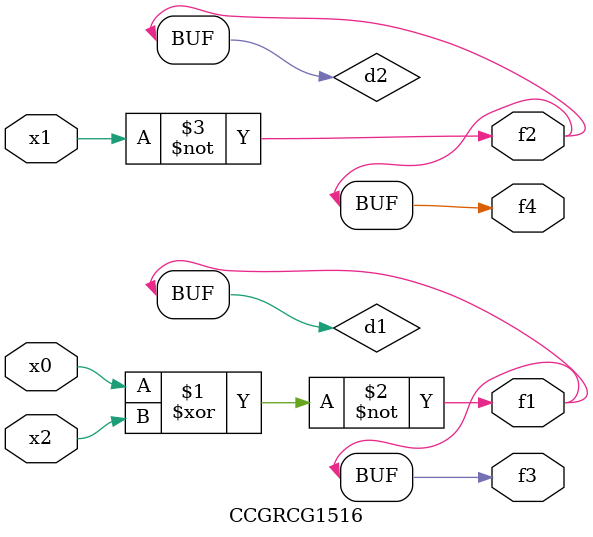
<source format=v>
module CCGRCG1516(
	input x0, x1, x2,
	output f1, f2, f3, f4
);

	wire d1, d2, d3;

	xnor (d1, x0, x2);
	nand (d2, x1);
	nor (d3, x1, x2);
	assign f1 = d1;
	assign f2 = d2;
	assign f3 = d1;
	assign f4 = d2;
endmodule

</source>
